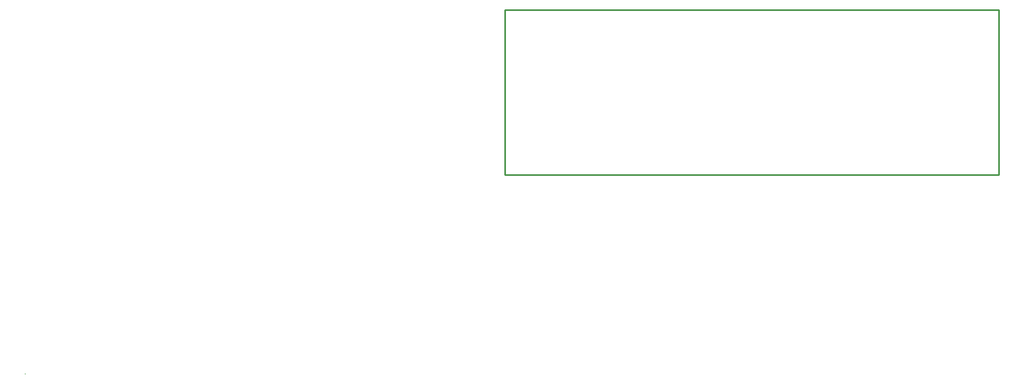
<source format=gm1>
G04 Layer_Color=16711935*
%FSLAX25Y25*%
%MOIN*%
G70*
G01*
G75*
%ADD17C,0.01000*%
%ADD62C,0.00050*%
D17*
X592000Y121000D02*
Y221500D01*
X292000Y121000D02*
X592000D01*
X292000Y221500D02*
X592000D01*
X292000Y121000D02*
Y221500D01*
D62*
X50Y89D02*
Y189D01*
X249Y89D02*
Y189D01*
X50D02*
X249D01*
X88Y89D02*
Y189D01*
X50Y89D02*
X249D01*
X136D02*
Y189D01*
X116Y101D02*
X117Y100D01*
X116Y100D02*
X117Y102D01*
X116Y100D02*
Y103D01*
X105Y100D02*
X105Y100D01*
X105Y100D01*
X105Y100D01*
X105Y100D01*
X105Y100D01*
X105Y100D01*
X105Y100D01*
X105Y100D01*
X105Y100D01*
X105Y100D01*
X105Y100D01*
X105Y100D01*
X105Y100D01*
X105Y100D01*
X105Y100D01*
X105D01*
X105Y100D01*
X106Y100D01*
X106Y100D01*
X106Y100D01*
X106Y100D01*
X106Y100D01*
X106Y100D01*
X106Y100D01*
X106Y100D01*
X106Y100D01*
X106Y100D01*
X106Y100D01*
X106Y100D01*
X106Y100D01*
X106Y100D01*
Y100D01*
Y103D01*
X115Y105D02*
X120Y106D01*
X110Y100D02*
X115Y105D01*
X112Y107D02*
X115Y111D01*
X110Y100D02*
X112Y107D01*
X108Y115D02*
X110Y108D01*
X110Y100D01*
X103Y110D02*
X108Y107D01*
X110Y100D01*
X101Y106D02*
X106Y105D01*
X110Y100D01*
X115Y100D02*
X121D01*
X104D02*
X115D01*
X100D02*
X104D01*
X98Y101D02*
Y111D01*
X105Y119D01*
X115D01*
X123Y111D01*
Y101D02*
Y111D01*
X115Y94D02*
X123Y101D01*
X105Y94D02*
X115D01*
X98Y101D02*
X105Y94D01*
X63Y75D02*
X50D01*
Y66D01*
X56D01*
X50D01*
Y56D01*
X72D02*
X78D01*
X82Y59D01*
Y66D01*
X78Y69D01*
X72D01*
X69Y66D01*
Y59D01*
X72Y56D01*
X88Y69D02*
Y56D01*
Y63D01*
X91Y66D01*
X94Y69D01*
X98D01*
X126Y75D02*
X132D01*
X129D01*
Y56D01*
X126D01*
X132D01*
X142D02*
Y69D01*
X151D01*
X155Y66D01*
Y56D01*
X161D02*
X170D01*
X174Y59D01*
X170Y63D01*
X164D01*
X161Y66D01*
X164Y69D01*
X174D01*
X183Y72D02*
Y69D01*
X180D01*
X186D01*
X183D01*
Y59D01*
X186Y56D01*
X196Y69D02*
Y56D01*
Y63D01*
X199Y66D01*
X202Y69D01*
X205D01*
X215D02*
Y59D01*
X218Y56D01*
X228D01*
Y69D01*
X246D02*
X237D01*
X234Y66D01*
Y59D01*
X237Y56D01*
X246D01*
X256Y72D02*
Y69D01*
X253D01*
X259D01*
X256D01*
Y59D01*
X259Y56D01*
X269D02*
X275D01*
X272D01*
Y69D01*
X269D01*
X288Y56D02*
X294D01*
X297Y59D01*
Y66D01*
X294Y69D01*
X288D01*
X285Y66D01*
Y59D01*
X288Y56D01*
X304D02*
Y69D01*
X313D01*
X316Y66D01*
Y56D01*
X326Y69D02*
X332D01*
X335Y66D01*
Y56D01*
X326D01*
X323Y59D01*
X326Y63D01*
X335D01*
X342Y56D02*
X348D01*
X345D01*
Y75D01*
X342D01*
X377D02*
Y59D01*
X380Y56D01*
X386D01*
X389Y59D01*
Y75D01*
X396Y56D02*
X405D01*
X408Y59D01*
X405Y63D01*
X399D01*
X396Y66D01*
X399Y69D01*
X408D01*
X424Y56D02*
X418D01*
X415Y59D01*
Y66D01*
X418Y69D01*
X424D01*
X427Y66D01*
Y63D01*
X415D01*
X462Y75D02*
X456D01*
X453Y72D01*
Y59D01*
X456Y56D01*
X462D01*
X465Y59D01*
Y72D01*
X462Y75D01*
X472Y56D02*
Y69D01*
X481D01*
X484Y66D01*
Y56D01*
X491D02*
X497D01*
X494D01*
Y75D01*
X491D01*
X507Y69D02*
Y59D01*
X510Y56D01*
X519D01*
Y53D01*
X516Y50D01*
X513D01*
X519Y56D02*
Y69D01*
X526Y56D02*
Y59D01*
X529D01*
Y56D01*
X526D01*
X63Y101D02*
X59Y104D01*
X53D01*
X50Y101D01*
Y98D01*
X53Y94D01*
X59D01*
X63Y91D01*
Y88D01*
X59Y85D01*
X53D01*
X50Y88D01*
X78Y104D02*
X72D01*
X69Y101D01*
Y88D01*
X72Y85D01*
X78D01*
X82Y88D01*
Y101D01*
X78Y104D01*
X88D02*
Y85D01*
X101D01*
X107Y104D02*
X113D01*
X110D01*
Y85D01*
X107D01*
X113D01*
X123Y104D02*
Y85D01*
X132D01*
X136Y88D01*
Y101D01*
X132Y104D01*
X123D01*
X142D02*
Y85D01*
X148Y91D01*
X155Y85D01*
Y104D01*
X170D02*
X164D01*
X161Y101D01*
Y88D01*
X164Y85D01*
X170D01*
X174Y88D01*
Y101D01*
X170Y104D01*
X180Y85D02*
Y104D01*
X189D01*
X193Y101D01*
Y94D01*
X189Y91D01*
X180D01*
X186D02*
X193Y85D01*
X199Y104D02*
Y85D01*
Y91D01*
X212Y104D01*
X202Y94D01*
X212Y85D01*
X231Y101D02*
X228Y104D01*
X221D01*
X218Y101D01*
Y98D01*
X221Y94D01*
X228D01*
X231Y91D01*
Y88D01*
X228Y85D01*
X221D01*
X218Y88D01*
X269Y104D02*
X256D01*
Y85D01*
X269D01*
X256Y94D02*
X262D01*
X288Y104D02*
Y85D01*
X278D01*
X275Y88D01*
Y94D01*
X278Y98D01*
X288D01*
X294D02*
Y88D01*
X297Y85D01*
X307D01*
Y98D01*
X326D02*
X316D01*
X313Y94D01*
Y88D01*
X316Y85D01*
X326D01*
X335Y98D02*
X342D01*
X345Y94D01*
Y85D01*
X335D01*
X332Y88D01*
X335Y91D01*
X345D01*
X354Y101D02*
Y98D01*
X351D01*
X357D01*
X354D01*
Y88D01*
X357Y85D01*
X367D02*
X373D01*
X370D01*
Y98D01*
X367D01*
X386Y85D02*
X392D01*
X396Y88D01*
Y94D01*
X392Y98D01*
X386D01*
X383Y94D01*
Y88D01*
X386Y85D01*
X402D02*
Y98D01*
X411D01*
X415Y94D01*
Y85D01*
X424Y98D02*
X430D01*
X434Y94D01*
Y85D01*
X424D01*
X421Y88D01*
X424Y91D01*
X434D01*
X440Y85D02*
X446D01*
X443D01*
Y104D01*
X440D01*
X475Y85D02*
Y104D01*
X484D01*
X488Y101D01*
Y94D01*
X484Y91D01*
X475D01*
X494Y98D02*
Y85D01*
Y91D01*
X497Y94D01*
X500Y98D01*
X503D01*
X516Y85D02*
X522D01*
X526Y88D01*
Y94D01*
X522Y98D01*
X516D01*
X513Y94D01*
Y88D01*
X516Y85D01*
X544Y104D02*
Y85D01*
X535D01*
X532Y88D01*
Y94D01*
X535Y98D01*
X544D01*
X551D02*
Y88D01*
X554Y85D01*
X563D01*
Y98D01*
X583D02*
X573D01*
X570Y94D01*
Y88D01*
X573Y85D01*
X583D01*
X592Y101D02*
Y98D01*
X589D01*
X595D01*
X592D01*
Y88D01*
X595Y85D01*
X605D02*
Y88D01*
X608D01*
Y85D01*
X605D01*
M02*

</source>
